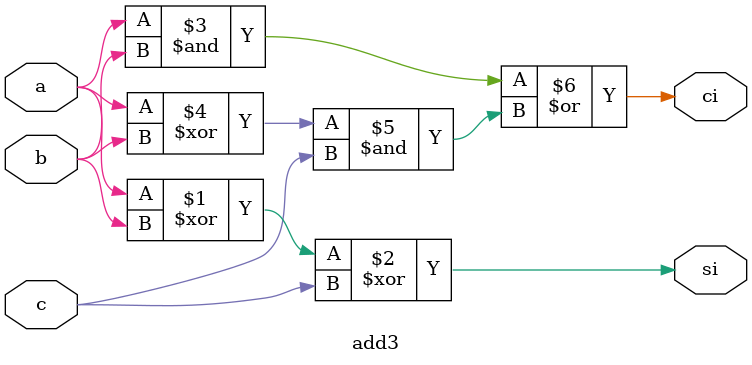
<source format=v>
`timescale 1ns / 1ps


module add3(a,b,c,si,ci); 
input a,b,c;
output si,ci;
wire si,ci;

assign si=a^b^c;
assign ci=a&b|(a^b)&c;

endmodule

</source>
